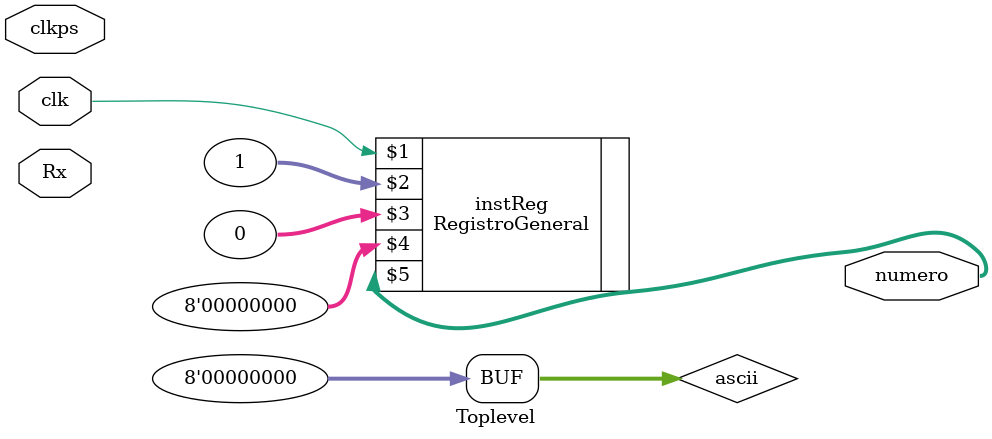
<source format=sv>
module Toplevel (clkps,clk,Rx,numero);
  input logic clkps,clk;
  input logic Rx;
  output logic [7:0] numero;
  
  logic [7:0] ascii = 0;
  
  PS2 instPS2 (clkps,Rx,ascii);
  RegistroGeneral instReg(clk,1,0,ascii,numero);
endmodule

</source>
